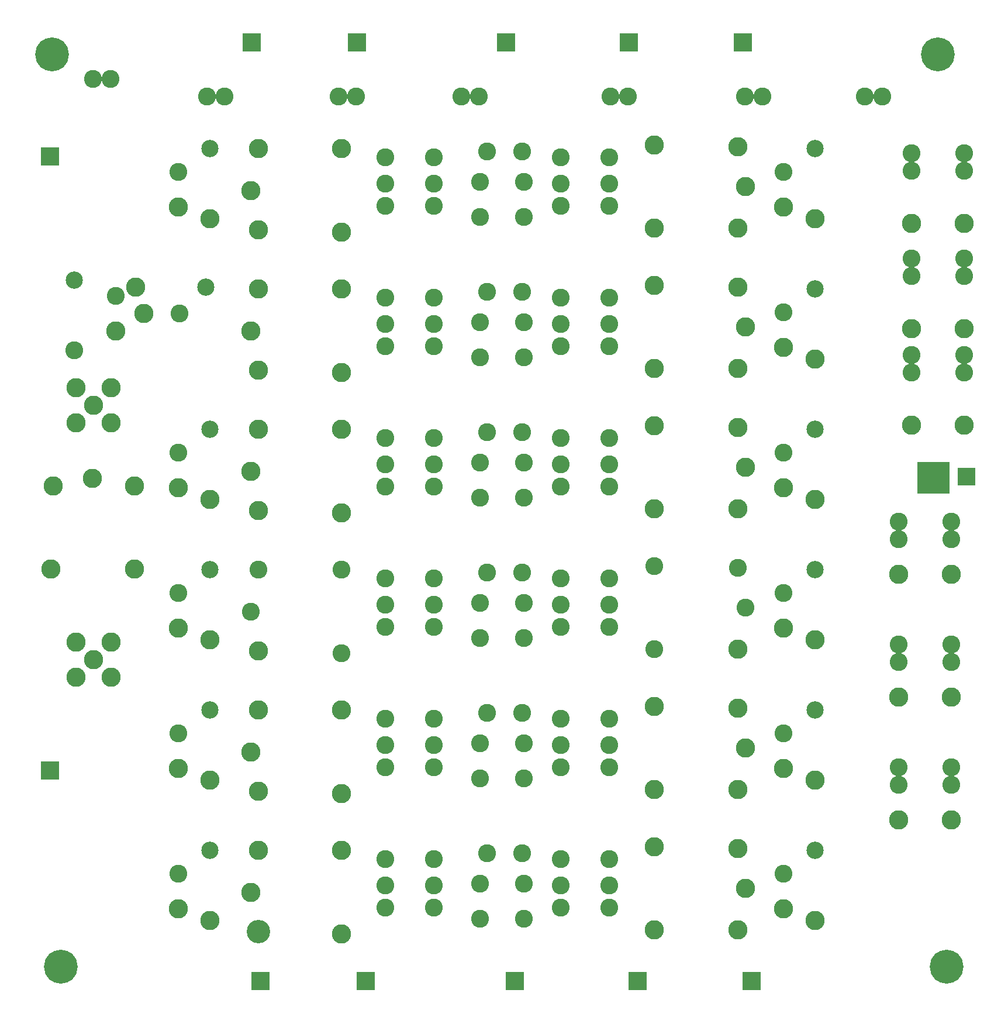
<source format=gbr>
%FSLAX34Y34*%
%MOMM*%
%LNSOLDERMASK_TOP*%
G71*
G01*
%ADD10C,2.600*%
%ADD11C,2.500*%
%ADD12C,2.800*%
%ADD13C,2.600*%
%ADD14C,2.600*%
%ADD15C,4.900*%
%ADD16C,2.800*%
%ADD17C,2.800*%
%ADD18C,3.400*%
%LPD*%
X-785675Y-29175D02*
G54D10*
D03*
X-760175Y-29175D02*
G54D10*
D03*
X-595175Y-29175D02*
G54D10*
D03*
X-569675Y-29175D02*
G54D10*
D03*
X-273050Y-117350D02*
G54D10*
D03*
X-203200Y-117350D02*
G54D10*
D03*
X-273050Y-187200D02*
G54D10*
D03*
X-203200Y-187200D02*
G54D10*
D03*
X-203200Y-155450D02*
G54D10*
D03*
X-273050Y-155450D02*
G54D10*
D03*
X-329159Y-108579D02*
G54D10*
D03*
X-380140Y-108691D02*
G54D10*
D03*
X-527050Y-117350D02*
G54D10*
D03*
X-457200Y-117350D02*
G54D10*
D03*
X-527050Y-187200D02*
G54D10*
D03*
X-457200Y-187200D02*
G54D10*
D03*
X-457200Y-155450D02*
G54D10*
D03*
X-527050Y-155450D02*
G54D10*
D03*
X-390223Y-152677D02*
G54D10*
D03*
X-390110Y-203658D02*
G54D10*
D03*
X-326723Y-152677D02*
G54D10*
D03*
X-326610Y-203658D02*
G54D10*
D03*
X-781050Y-206250D02*
G54D11*
D03*
X-781050Y-104650D02*
G54D11*
D03*
X-417375Y-29175D02*
G54D10*
D03*
X-391875Y-29175D02*
G54D10*
D03*
X-201475Y-29175D02*
G54D10*
D03*
X-175975Y-29175D02*
G54D10*
D03*
X-6283Y-29067D02*
G54D10*
D03*
X19217Y-29067D02*
G54D10*
D03*
X-974750Y-450750D02*
G54D12*
D03*
X-923950Y-450750D02*
G54D12*
D03*
X-949350Y-476150D02*
G54D12*
D03*
X-923950Y-501550D02*
G54D12*
D03*
X-974750Y-501550D02*
G54D12*
D03*
X-974750Y-819050D02*
G54D12*
D03*
X-923950Y-819050D02*
G54D12*
D03*
X-949350Y-844450D02*
G54D12*
D03*
X-923950Y-869850D02*
G54D12*
D03*
X-974750Y-869850D02*
G54D12*
D03*
X-527050Y-187200D02*
G54D13*
D03*
X-457200Y-187200D02*
G54D13*
D03*
X-390111Y-203658D02*
G54D13*
D03*
X-326610Y-203658D02*
G54D13*
D03*
X-273050Y-187200D02*
G54D13*
D03*
X-203200Y-187200D02*
G54D13*
D03*
X-974750Y-450750D02*
G54D13*
D03*
X-923950Y-450750D02*
G54D13*
D03*
X-974750Y-501550D02*
G54D13*
D03*
X-923950Y-501550D02*
G54D13*
D03*
X-974750Y-819050D02*
G54D14*
D03*
X-923950Y-819050D02*
G54D13*
D03*
X-974750Y-869850D02*
G54D13*
D03*
X-923950Y-869850D02*
G54D13*
D03*
X-977900Y-396750D02*
G54D11*
D03*
X-977900Y-295150D02*
G54D11*
D03*
X-917273Y-317777D02*
G54D10*
D03*
X-917160Y-368758D02*
G54D10*
D03*
X-950775Y-3775D02*
G54D10*
D03*
X-925275Y-3775D02*
G54D10*
D03*
X-977900Y-396750D02*
G54D13*
D03*
G36*
X-733750Y62350D02*
X-707750Y62350D01*
X-707750Y36350D01*
X-733750Y36350D01*
X-733750Y62350D01*
G37*
G36*
X-581350Y62350D02*
X-555350Y62350D01*
X-555350Y36350D01*
X-581350Y36350D01*
X-581350Y62350D01*
G37*
G36*
X-365450Y62350D02*
X-339450Y62350D01*
X-339450Y36350D01*
X-365450Y36350D01*
X-365450Y62350D01*
G37*
G36*
X-187650Y62350D02*
X-161650Y62350D01*
X-161650Y36350D01*
X-187650Y36350D01*
X-187650Y62350D01*
G37*
G36*
X-22550Y62350D02*
X3450Y62350D01*
X3450Y36350D01*
X-22550Y36350D01*
X-22550Y62350D01*
G37*
X166825Y-29175D02*
G54D10*
D03*
X192325Y-29175D02*
G54D10*
D03*
X-1009650Y31750D02*
G54D15*
D03*
X273050Y31750D02*
G54D15*
D03*
X285750Y-1289050D02*
G54D15*
D03*
X-996950Y-1289050D02*
G54D15*
D03*
G36*
X-999850Y-102750D02*
X-999850Y-128750D01*
X-1025850Y-128750D01*
X-1025850Y-102750D01*
X-999850Y-102750D01*
G37*
G36*
X-999850Y-991750D02*
X-999850Y-1017750D01*
X-1025850Y-1017750D01*
X-1025850Y-991750D01*
X-999850Y-991750D01*
G37*
X-590550Y-225300D02*
G54D12*
D03*
X-711200Y-222126D02*
G54D12*
D03*
X-590550Y-104650D02*
G54D12*
D03*
X-711200Y-104650D02*
G54D12*
D03*
X-722312Y-164975D02*
G54D12*
D03*
X-826624Y-138205D02*
G54D10*
D03*
X-826512Y-189185D02*
G54D10*
D03*
X-826512Y-189185D02*
G54D12*
D03*
X-137456Y-98912D02*
G54D12*
D03*
X-16806Y-102086D02*
G54D12*
D03*
X-137456Y-219562D02*
G54D12*
D03*
X-16806Y-219562D02*
G54D12*
D03*
X-5694Y-159237D02*
G54D12*
D03*
X95250Y-206250D02*
G54D11*
D03*
X95250Y-104650D02*
G54D11*
D03*
X49676Y-138205D02*
G54D10*
D03*
X49788Y-189185D02*
G54D10*
D03*
X49788Y-189185D02*
G54D12*
D03*
X-273050Y-320550D02*
G54D10*
D03*
X-203200Y-320550D02*
G54D10*
D03*
X-273050Y-390400D02*
G54D10*
D03*
X-203200Y-390400D02*
G54D10*
D03*
X-203200Y-358650D02*
G54D10*
D03*
X-273050Y-358650D02*
G54D10*
D03*
X-329159Y-311779D02*
G54D10*
D03*
X-380140Y-311891D02*
G54D10*
D03*
X-527050Y-320550D02*
G54D10*
D03*
X-457200Y-320550D02*
G54D10*
D03*
X-527050Y-390400D02*
G54D10*
D03*
X-457200Y-390400D02*
G54D10*
D03*
X-457200Y-358650D02*
G54D10*
D03*
X-527050Y-358650D02*
G54D10*
D03*
X-390223Y-355877D02*
G54D10*
D03*
X-390110Y-406858D02*
G54D10*
D03*
X-326723Y-355877D02*
G54D10*
D03*
X-326610Y-406858D02*
G54D10*
D03*
X-527050Y-390400D02*
G54D13*
D03*
X-457200Y-390400D02*
G54D13*
D03*
X-390111Y-406858D02*
G54D13*
D03*
X-326610Y-406858D02*
G54D13*
D03*
X-273050Y-390400D02*
G54D13*
D03*
X-203200Y-390400D02*
G54D13*
D03*
X-590550Y-428500D02*
G54D12*
D03*
X-711200Y-425326D02*
G54D12*
D03*
X-590550Y-307850D02*
G54D12*
D03*
X-711200Y-307850D02*
G54D12*
D03*
X-722312Y-368175D02*
G54D12*
D03*
X-825500Y-342900D02*
G54D10*
D03*
X-876480Y-343012D02*
G54D10*
D03*
X-137456Y-302112D02*
G54D12*
D03*
X-16806Y-305286D02*
G54D12*
D03*
X-137456Y-422762D02*
G54D12*
D03*
X-16806Y-422762D02*
G54D12*
D03*
X-5694Y-362437D02*
G54D12*
D03*
X95250Y-409450D02*
G54D11*
D03*
X95250Y-307850D02*
G54D11*
D03*
X49676Y-341405D02*
G54D10*
D03*
X49788Y-392385D02*
G54D10*
D03*
X49788Y-392385D02*
G54D12*
D03*
X-273050Y-523750D02*
G54D10*
D03*
X-203200Y-523750D02*
G54D10*
D03*
X-273050Y-593600D02*
G54D10*
D03*
X-203200Y-593600D02*
G54D10*
D03*
X-203200Y-561850D02*
G54D10*
D03*
X-273050Y-561850D02*
G54D10*
D03*
X-329159Y-514979D02*
G54D10*
D03*
X-380140Y-515091D02*
G54D10*
D03*
X-527050Y-523750D02*
G54D10*
D03*
X-457200Y-523750D02*
G54D10*
D03*
X-527050Y-593600D02*
G54D10*
D03*
X-457200Y-593600D02*
G54D10*
D03*
X-457200Y-561850D02*
G54D10*
D03*
X-527050Y-561850D02*
G54D10*
D03*
X-390223Y-559077D02*
G54D10*
D03*
X-390110Y-610058D02*
G54D10*
D03*
X-326723Y-559077D02*
G54D10*
D03*
X-326610Y-610058D02*
G54D10*
D03*
X-781050Y-612650D02*
G54D11*
D03*
X-781050Y-511050D02*
G54D11*
D03*
X-527050Y-593600D02*
G54D13*
D03*
X-457200Y-593600D02*
G54D13*
D03*
X-390111Y-610058D02*
G54D13*
D03*
X-326610Y-610058D02*
G54D13*
D03*
X-273050Y-593600D02*
G54D13*
D03*
X-203200Y-593600D02*
G54D13*
D03*
X-590550Y-631700D02*
G54D12*
D03*
X-711200Y-628526D02*
G54D12*
D03*
X-590550Y-511050D02*
G54D12*
D03*
X-711200Y-511050D02*
G54D12*
D03*
X-722312Y-571375D02*
G54D12*
D03*
X-826624Y-544605D02*
G54D10*
D03*
X-826512Y-595585D02*
G54D10*
D03*
X-826512Y-595585D02*
G54D12*
D03*
X-137456Y-505312D02*
G54D12*
D03*
X-16806Y-508486D02*
G54D12*
D03*
X-137456Y-625962D02*
G54D12*
D03*
X-16806Y-625962D02*
G54D12*
D03*
X-5694Y-565637D02*
G54D12*
D03*
X95250Y-612650D02*
G54D11*
D03*
X95250Y-511050D02*
G54D11*
D03*
X49676Y-544605D02*
G54D10*
D03*
X49788Y-595585D02*
G54D10*
D03*
X49788Y-595585D02*
G54D12*
D03*
X-273050Y-726950D02*
G54D10*
D03*
X-203200Y-726950D02*
G54D10*
D03*
X-273050Y-796800D02*
G54D10*
D03*
X-203200Y-796800D02*
G54D10*
D03*
X-203200Y-765050D02*
G54D10*
D03*
X-273050Y-765050D02*
G54D10*
D03*
X-329159Y-718179D02*
G54D10*
D03*
X-380140Y-718291D02*
G54D10*
D03*
X-527050Y-726950D02*
G54D10*
D03*
X-457200Y-726950D02*
G54D10*
D03*
X-527050Y-796800D02*
G54D10*
D03*
X-457200Y-796800D02*
G54D10*
D03*
X-457200Y-765050D02*
G54D10*
D03*
X-527050Y-765050D02*
G54D10*
D03*
X-390223Y-762277D02*
G54D10*
D03*
X-390110Y-813258D02*
G54D10*
D03*
X-326723Y-762277D02*
G54D10*
D03*
X-326610Y-813258D02*
G54D10*
D03*
X-781050Y-815850D02*
G54D11*
D03*
X-781050Y-714250D02*
G54D11*
D03*
X-527050Y-796800D02*
G54D13*
D03*
X-457200Y-796800D02*
G54D13*
D03*
X-390111Y-813258D02*
G54D13*
D03*
X-326610Y-813258D02*
G54D13*
D03*
X-273050Y-796800D02*
G54D13*
D03*
X-203200Y-796800D02*
G54D13*
D03*
X-590550Y-834900D02*
G54D14*
D03*
X-711200Y-831726D02*
G54D14*
D03*
X-590550Y-714250D02*
G54D14*
D03*
X-711200Y-714250D02*
G54D14*
D03*
X-722312Y-774575D02*
G54D14*
D03*
X-826624Y-747804D02*
G54D10*
D03*
X-826512Y-798785D02*
G54D10*
D03*
X-826512Y-798785D02*
G54D12*
D03*
X-137456Y-708512D02*
G54D14*
D03*
X-16806Y-711686D02*
G54D14*
D03*
X-137456Y-829162D02*
G54D14*
D03*
X-16806Y-829162D02*
G54D14*
D03*
X-5694Y-768837D02*
G54D14*
D03*
X95250Y-815850D02*
G54D11*
D03*
X95250Y-714250D02*
G54D11*
D03*
X49676Y-747804D02*
G54D10*
D03*
X49788Y-798785D02*
G54D10*
D03*
X49788Y-798785D02*
G54D12*
D03*
X-273050Y-930150D02*
G54D10*
D03*
X-203200Y-930150D02*
G54D10*
D03*
X-273050Y-1000000D02*
G54D10*
D03*
X-203200Y-1000000D02*
G54D10*
D03*
X-203200Y-968250D02*
G54D10*
D03*
X-273050Y-968250D02*
G54D10*
D03*
X-329159Y-921379D02*
G54D10*
D03*
X-380140Y-921491D02*
G54D10*
D03*
X-527050Y-930150D02*
G54D10*
D03*
X-457200Y-930150D02*
G54D10*
D03*
X-527050Y-1000000D02*
G54D10*
D03*
X-457200Y-1000000D02*
G54D10*
D03*
X-457200Y-968250D02*
G54D10*
D03*
X-527050Y-968250D02*
G54D10*
D03*
X-390223Y-965477D02*
G54D10*
D03*
X-390110Y-1016458D02*
G54D10*
D03*
X-326723Y-965477D02*
G54D10*
D03*
X-326610Y-1016458D02*
G54D10*
D03*
X-781050Y-1019050D02*
G54D11*
D03*
X-781050Y-917450D02*
G54D11*
D03*
X-527050Y-1000000D02*
G54D13*
D03*
X-457200Y-1000000D02*
G54D13*
D03*
X-390111Y-1016458D02*
G54D13*
D03*
X-326610Y-1016458D02*
G54D13*
D03*
X-273050Y-1000000D02*
G54D13*
D03*
X-203200Y-1000000D02*
G54D13*
D03*
X-590550Y-1038100D02*
G54D12*
D03*
X-711200Y-1034926D02*
G54D12*
D03*
X-590550Y-917450D02*
G54D12*
D03*
X-711200Y-917450D02*
G54D12*
D03*
X-722312Y-977775D02*
G54D12*
D03*
X-826624Y-951004D02*
G54D10*
D03*
X-826512Y-1001985D02*
G54D10*
D03*
X-826512Y-1001985D02*
G54D12*
D03*
X-137456Y-911712D02*
G54D12*
D03*
X-16806Y-914886D02*
G54D12*
D03*
X-137456Y-1032362D02*
G54D12*
D03*
X-16806Y-1032362D02*
G54D12*
D03*
X-5694Y-972037D02*
G54D12*
D03*
X95250Y-1019050D02*
G54D11*
D03*
X95250Y-917450D02*
G54D11*
D03*
X49676Y-951004D02*
G54D10*
D03*
X49788Y-1001985D02*
G54D10*
D03*
X49788Y-1001985D02*
G54D12*
D03*
X-273050Y-1133350D02*
G54D10*
D03*
X-203200Y-1133350D02*
G54D10*
D03*
X-273050Y-1203200D02*
G54D10*
D03*
X-203200Y-1203200D02*
G54D10*
D03*
X-203200Y-1171450D02*
G54D10*
D03*
X-273050Y-1171450D02*
G54D10*
D03*
X-329159Y-1124579D02*
G54D10*
D03*
X-380140Y-1124691D02*
G54D10*
D03*
X-527050Y-1133350D02*
G54D10*
D03*
X-457200Y-1133350D02*
G54D10*
D03*
X-527050Y-1203200D02*
G54D10*
D03*
X-457200Y-1203200D02*
G54D10*
D03*
X-457200Y-1171450D02*
G54D10*
D03*
X-527050Y-1171450D02*
G54D10*
D03*
X-390223Y-1168677D02*
G54D10*
D03*
X-390110Y-1219658D02*
G54D10*
D03*
X-326723Y-1168677D02*
G54D10*
D03*
X-326610Y-1219658D02*
G54D10*
D03*
X-781050Y-1222250D02*
G54D11*
D03*
X-781050Y-1120650D02*
G54D11*
D03*
X-527050Y-1203200D02*
G54D13*
D03*
X-457200Y-1203200D02*
G54D13*
D03*
X-390111Y-1219658D02*
G54D13*
D03*
X-326610Y-1219658D02*
G54D13*
D03*
X-273050Y-1203200D02*
G54D13*
D03*
X-203200Y-1203200D02*
G54D13*
D03*
X-590550Y-1241300D02*
G54D12*
D03*
X-711200Y-1238126D02*
G54D12*
D03*
X-590550Y-1120650D02*
G54D12*
D03*
X-711200Y-1120650D02*
G54D12*
D03*
X-722312Y-1180975D02*
G54D12*
D03*
X-826624Y-1154204D02*
G54D10*
D03*
X-826512Y-1205185D02*
G54D10*
D03*
X-826512Y-1205185D02*
G54D12*
D03*
X-137456Y-1114912D02*
G54D12*
D03*
X-16806Y-1118086D02*
G54D12*
D03*
X-137456Y-1235562D02*
G54D12*
D03*
X-16806Y-1235562D02*
G54D12*
D03*
X-5694Y-1175237D02*
G54D12*
D03*
X95250Y-1222250D02*
G54D11*
D03*
X95250Y-1120650D02*
G54D11*
D03*
X49676Y-1154204D02*
G54D10*
D03*
X49788Y-1205185D02*
G54D10*
D03*
X49788Y-1205185D02*
G54D12*
D03*
X-781050Y-612650D02*
G54D12*
D03*
X-781050Y-815850D02*
G54D12*
D03*
X-781050Y-1019050D02*
G54D12*
D03*
X95250Y-1222250D02*
G54D12*
D03*
X95250Y-1019050D02*
G54D12*
D03*
X95250Y-815850D02*
G54D12*
D03*
X95250Y-612650D02*
G54D12*
D03*
X95250Y-409450D02*
G54D12*
D03*
X95250Y-206250D02*
G54D12*
D03*
X-1011397Y-713559D02*
G54D12*
D03*
X-1008223Y-592909D02*
G54D12*
D03*
X-890747Y-713559D02*
G54D12*
D03*
X-890747Y-592909D02*
G54D12*
D03*
X-951072Y-581796D02*
G54D12*
D03*
X-711200Y-222126D02*
G54D16*
D03*
X-16806Y-219562D02*
G54D17*
D03*
X-711200Y-425326D02*
G54D17*
D03*
X-16806Y-422762D02*
G54D12*
D03*
X-711200Y-628526D02*
G54D17*
D03*
X-16806Y-625962D02*
G54D12*
D03*
X-711200Y-831726D02*
G54D12*
D03*
X-16806Y-829162D02*
G54D12*
D03*
X-711200Y-1034926D02*
G54D17*
D03*
X-16806Y-1032362D02*
G54D17*
D03*
X-711200Y-1238126D02*
G54D18*
D03*
X-16806Y-1235562D02*
G54D12*
D03*
X-1008223Y-592909D02*
G54D12*
D03*
G36*
X-721050Y-1296550D02*
X-695050Y-1296550D01*
X-695050Y-1322550D01*
X-721050Y-1322550D01*
X-721050Y-1296550D01*
G37*
G36*
X-568650Y-1296550D02*
X-542650Y-1296550D01*
X-542650Y-1322550D01*
X-568650Y-1322550D01*
X-568650Y-1296550D01*
G37*
G36*
X-352750Y-1296550D02*
X-326750Y-1296550D01*
X-326750Y-1322550D01*
X-352750Y-1322550D01*
X-352750Y-1296550D01*
G37*
G36*
X-174950Y-1296550D02*
X-148950Y-1296550D01*
X-148950Y-1322550D01*
X-174950Y-1322550D01*
X-174950Y-1296550D01*
G37*
G36*
X-9850Y-1296550D02*
X16150Y-1296550D01*
X16150Y-1322550D01*
X-9850Y-1322550D01*
X-9850Y-1296550D01*
G37*
X-781050Y-206250D02*
G54D12*
D03*
X-876480Y-343012D02*
G54D12*
D03*
X-826512Y-189185D02*
G54D12*
D03*
X-781050Y-206250D02*
G54D12*
D03*
X-917160Y-368758D02*
G54D12*
D03*
X-781050Y-1222250D02*
G54D12*
D03*
X95250Y-1222250D02*
G54D12*
D03*
X49788Y-1205185D02*
G54D12*
D03*
X-889000Y-304800D02*
G54D11*
D03*
X-787400Y-304800D02*
G54D11*
D03*
X-889000Y-304800D02*
G54D12*
D03*
X234950Y-288800D02*
G54D10*
D03*
X311150Y-288800D02*
G54D10*
D03*
X234950Y-288800D02*
G54D10*
D03*
X234950Y-365000D02*
G54D10*
D03*
X311150Y-288800D02*
G54D10*
D03*
X311150Y-365000D02*
G54D10*
D03*
X234950Y-365000D02*
G54D12*
D03*
X311150Y-365000D02*
G54D12*
D03*
X234950Y-428500D02*
G54D10*
D03*
X311150Y-428500D02*
G54D10*
D03*
X234950Y-428500D02*
G54D10*
D03*
X234950Y-504700D02*
G54D10*
D03*
X311150Y-428500D02*
G54D10*
D03*
X311150Y-504700D02*
G54D10*
D03*
X234950Y-504700D02*
G54D12*
D03*
X311150Y-504700D02*
G54D12*
D03*
X234950Y-136400D02*
G54D10*
D03*
X311150Y-136400D02*
G54D10*
D03*
X234950Y-136400D02*
G54D10*
D03*
X234950Y-212600D02*
G54D10*
D03*
X311150Y-136400D02*
G54D10*
D03*
X311150Y-212600D02*
G54D10*
D03*
X234950Y-212600D02*
G54D12*
D03*
X311150Y-212600D02*
G54D12*
D03*
X215900Y-644400D02*
G54D10*
D03*
X292100Y-644400D02*
G54D10*
D03*
X215900Y-644400D02*
G54D10*
D03*
X215900Y-720600D02*
G54D10*
D03*
X292100Y-644400D02*
G54D10*
D03*
X292100Y-720600D02*
G54D10*
D03*
X215900Y-720600D02*
G54D12*
D03*
X292100Y-720600D02*
G54D12*
D03*
X215900Y-822200D02*
G54D10*
D03*
X292100Y-822200D02*
G54D10*
D03*
X215900Y-822200D02*
G54D10*
D03*
X215900Y-898400D02*
G54D10*
D03*
X292100Y-822200D02*
G54D10*
D03*
X292100Y-898400D02*
G54D10*
D03*
X215900Y-898400D02*
G54D12*
D03*
X292100Y-898400D02*
G54D12*
D03*
X215900Y-1000000D02*
G54D10*
D03*
X292100Y-1000000D02*
G54D10*
D03*
X215900Y-1000000D02*
G54D10*
D03*
X215900Y-1076200D02*
G54D10*
D03*
X292100Y-1000000D02*
G54D10*
D03*
X292100Y-1076200D02*
G54D10*
D03*
X215900Y-1076200D02*
G54D12*
D03*
X292100Y-1076200D02*
G54D12*
D03*
G36*
X243700Y-557900D02*
X289700Y-557900D01*
X289700Y-603900D01*
X243700Y-603900D01*
X243700Y-557900D01*
G37*
X234950Y-111000D02*
G54D10*
D03*
X311150Y-111000D02*
G54D10*
D03*
X234950Y-263400D02*
G54D10*
D03*
X311150Y-263400D02*
G54D10*
D03*
X234950Y-403100D02*
G54D10*
D03*
X311150Y-403100D02*
G54D10*
D03*
X215900Y-669800D02*
G54D10*
D03*
X292100Y-669800D02*
G54D10*
D03*
X215900Y-847600D02*
G54D10*
D03*
X292100Y-847600D02*
G54D10*
D03*
X215900Y-1025400D02*
G54D10*
D03*
X292100Y-1025400D02*
G54D10*
D03*
G36*
X301300Y-566300D02*
X327300Y-566300D01*
X327300Y-592300D01*
X301300Y-592300D01*
X301300Y-566300D01*
G37*
M02*

</source>
